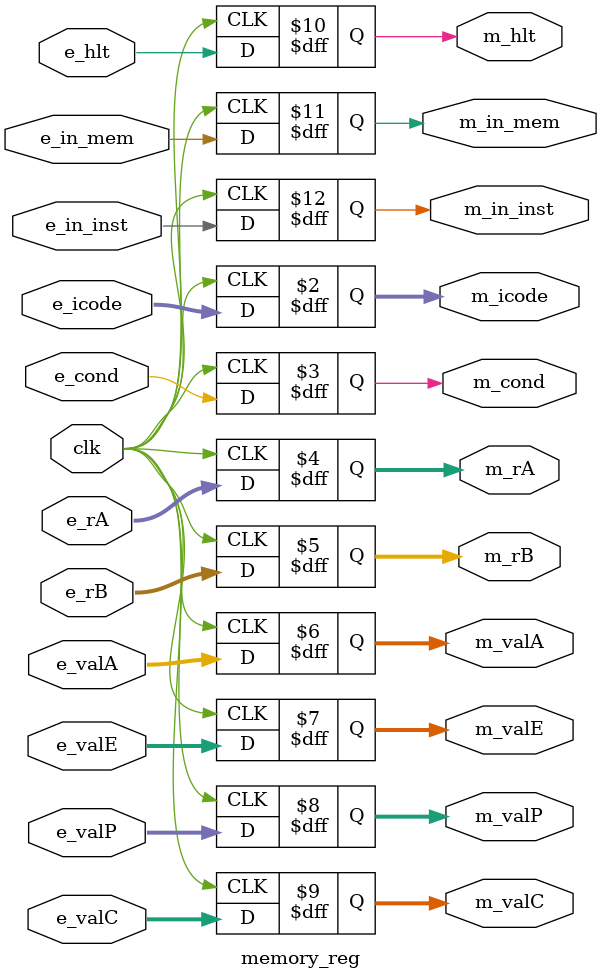
<source format=v>
`timescale 1ns/10ps

module memory(clk,icode,valA,valE,valP,valM,data);

//[63:0] after regA makes it an array but putting it before means its a net
input clk;
input [3:0]icode; //first 4 bits of the first byte
input [63:0]valP; //stores the address of next instruction (PC should be this value)
input signed [63:0]valA;
//input signed [63:0]valB;
input signed [63:0]valE;

output reg [63:0]valM;
output reg [63:0]data;

//setting up data memory (similar structure to instruction memory)
reg [63:0] data_mem[0:1023]; //this means we have a 1024 rows and each data is 64 bits

initial
begin
//for testing memory_tb.v (giving values based only on what will be computed)
data_mem[7]=64'd24;
data_mem[24] = 64'd17;
data_mem[32] = 64'd88;
data_mem[47] = 64'd55;
end

always @(*)
begin
    case(icode)
    4'b0100:
    //rmmov
    begin
        data_mem[valE] = valA;
    end

    4'b0101:
    //mrmov
    begin
        valM = data_mem[valE];
    end

    4'b1000:
    //call
    begin
        data_mem[valE] = valP;
    end

    4'b1001:
    //ret
    begin
        valM = data_mem[valA];
    end

    4'b1010:
    //push
    begin
        data_mem[valE] = valA;
    end

    4'b1011:
    //pop
    begin
        valM = data_mem[valA];
    end
    endcase
    data = data_mem[valE];
end
endmodule

module memory_reg(clk, m_icode, m_cond, m_rA, m_rB, m_valA, m_valE, m_valP, m_valC, m_hlt, m_in_mem, m_in_inst, e_icode, e_cond, e_rA, e_rB, e_valA, e_valE, e_valP, e_valC, e_hlt, e_in_mem, e_in_inst);
input clk;
input [3:0]e_icode;
input e_cond;
input [3:0]e_rA;
input [3:0]e_rB;
input signed [63:0]e_valA;
input signed [63:0]e_valE;
input signed [63:0]e_valP;
input signed [63:0]e_valC;
input e_hlt;
input e_in_mem;
input e_in_inst;

output reg [3:0]m_icode;
output reg m_cond;
output reg [3:0]m_rA;
output reg [3:0]m_rB;
output reg signed [63:0]m_valA;
output reg signed [63:0]m_valE;
output reg signed [63:0]m_valP;
output reg signed [63:0]m_valC;
output reg m_hlt;
output reg m_in_mem;
output reg m_in_inst;

always @(posedge clk)
begin
    m_icode <= e_icode;
    m_cond <= e_cond;
    m_rA <= e_rA;
    m_rB <= e_rB;
    m_valA <= e_valA;
    m_valE <= e_valE;
    m_valP <= e_valP;
    m_valC <= e_valC;
    m_hlt <= e_hlt;
    m_in_mem <= e_in_mem;
    m_in_inst <= e_in_inst;
end

endmodule
</source>
